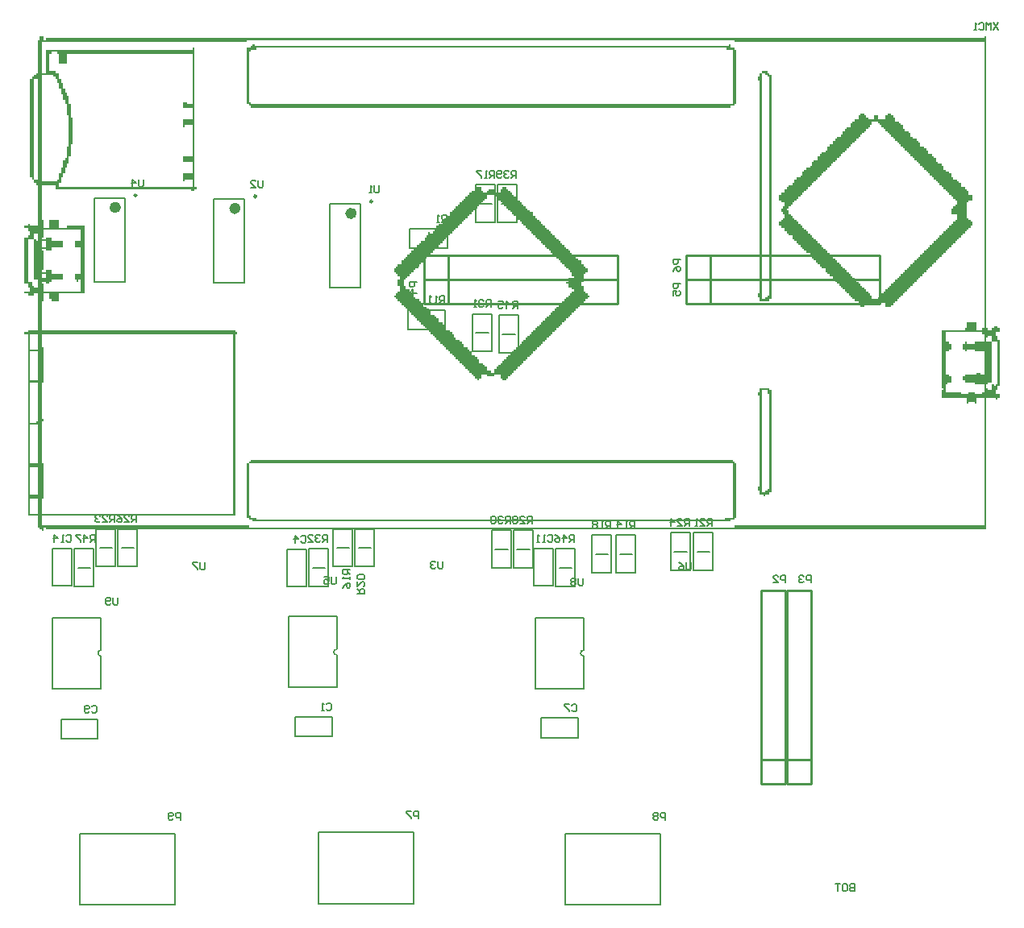
<source format=gbo>
G04 Layer_Color=32896*
%FSLAX25Y25*%
%MOIN*%
G70*
G01*
G75*
%ADD31C,0.00500*%
%ADD32C,0.00787*%
%ADD33C,0.00600*%
%ADD51C,0.02362*%
%ADD52C,0.00984*%
%ADD53C,0.01000*%
G36*
X413900Y229891D02*
X414700D01*
Y229091D01*
X416300D01*
Y229891D01*
X417100D01*
Y230691D01*
X418700D01*
Y229891D01*
X419500D01*
Y228291D01*
X417900D01*
Y226691D01*
X418700D01*
Y225091D01*
X419500D01*
Y205891D01*
X418700D01*
Y204291D01*
X417900D01*
Y202691D01*
X419500D01*
Y201091D01*
X418700D01*
Y200291D01*
X417900D01*
Y201091D01*
X413900D01*
Y146691D01*
X25100D01*
Y147491D01*
X24300D01*
Y145891D01*
X23500D01*
Y146691D01*
X22700D01*
Y147491D01*
X21900D01*
Y152291D01*
X17900D01*
Y227491D01*
X16300D01*
Y228291D01*
X17900D01*
Y229091D01*
X21900D01*
Y244291D01*
X20300D01*
Y243491D01*
X17900D01*
Y244291D01*
X16300D01*
Y245091D01*
X18700D01*
Y246691D01*
X17900D01*
Y248291D01*
X16300D01*
Y267491D01*
X17900D01*
Y268291D01*
X18700D01*
Y269891D01*
X17900D01*
Y271491D01*
X16300D01*
Y272291D01*
X17900D01*
Y273091D01*
X18700D01*
Y272291D01*
X21900D01*
Y289091D01*
X21100D01*
Y289891D01*
X20300D01*
Y291491D01*
X19500D01*
Y292291D01*
X18700D01*
Y333091D01*
X19500D01*
Y333891D01*
X20300D01*
Y334691D01*
X21100D01*
Y335491D01*
X21900D01*
Y349091D01*
X22700D01*
Y350691D01*
X24300D01*
Y349091D01*
X25100D01*
Y349891D01*
X413100D01*
Y350691D01*
X413900D01*
Y229891D01*
D02*
G37*
%LPC*%
G36*
X412300Y228291D02*
X397100D01*
Y224291D01*
X398700D01*
Y223491D01*
X399500D01*
Y221091D01*
X398700D01*
Y220291D01*
X397100D01*
Y210691D01*
X398700D01*
Y209891D01*
X399500D01*
Y207491D01*
X397900D01*
Y206691D01*
X397100D01*
Y203491D01*
X403500D01*
Y202691D01*
X406700D01*
Y203491D01*
X409100D01*
Y202691D01*
X412300D01*
Y203491D01*
X413100D01*
Y206691D01*
X409100D01*
Y207491D01*
X405100D01*
Y208291D01*
X404300D01*
Y209891D01*
X405100D01*
Y210691D01*
X409900D01*
Y211491D01*
X411500D01*
Y210691D01*
X413100D01*
Y220291D01*
X409100D01*
Y221091D01*
X405900D01*
Y220291D01*
X405100D01*
Y221091D01*
X404300D01*
Y223491D01*
X405100D01*
Y224291D01*
X405900D01*
Y223491D01*
X409100D01*
Y224291D01*
X413100D01*
Y227491D01*
X412300D01*
Y228291D01*
D02*
G37*
G36*
X21900Y227491D02*
X18700D01*
Y221091D01*
X21900D01*
Y227491D01*
D02*
G37*
G36*
Y159491D02*
X18700D01*
Y153091D01*
X21900D01*
Y159491D01*
D02*
G37*
G36*
X25100Y252291D02*
X23500D01*
Y250691D01*
X25100D01*
Y252291D01*
D02*
G37*
G36*
X20300Y266691D02*
X17900D01*
Y249091D01*
X19500D01*
Y247491D01*
X20300D01*
Y246691D01*
X21900D01*
Y249891D01*
X20300D01*
Y266691D01*
D02*
G37*
G36*
X102700Y227491D02*
X23500D01*
Y221891D01*
X24300D01*
Y207491D01*
X23500D01*
Y192291D01*
X24300D01*
Y191491D01*
X23500D01*
Y173891D01*
X24300D01*
Y159491D01*
X23500D01*
Y153091D01*
X102700D01*
Y227491D01*
D02*
G37*
G36*
X21900Y189891D02*
X18700D01*
Y173891D01*
X21900D01*
Y189891D01*
D02*
G37*
G36*
Y172291D02*
X18700D01*
Y161091D01*
X21900D01*
Y172291D01*
D02*
G37*
G36*
Y207491D02*
X18700D01*
Y190691D01*
X21100D01*
Y191491D01*
X21900D01*
Y207491D01*
D02*
G37*
G36*
Y220291D02*
X18700D01*
Y208291D01*
X21900D01*
Y220291D01*
D02*
G37*
G36*
X416300Y226691D02*
X414700D01*
Y225891D01*
X413900D01*
Y224291D01*
X416300D01*
Y207491D01*
X414700D01*
Y206691D01*
X413900D01*
Y205091D01*
X414700D01*
Y204291D01*
X416300D01*
Y206691D01*
X417100D01*
Y205891D01*
X417900D01*
Y206691D01*
X418700D01*
Y224291D01*
X416300D01*
Y226691D01*
D02*
G37*
G36*
X28300Y334691D02*
X23500D01*
Y290691D01*
X29900D01*
Y291491D01*
X30700D01*
Y293891D01*
X31500D01*
Y296291D01*
X32300D01*
Y299491D01*
X33100D01*
Y300291D01*
X33900D01*
Y305091D01*
X34700D01*
Y317891D01*
X33900D01*
Y322691D01*
X33100D01*
Y324291D01*
X32300D01*
Y326691D01*
X31500D01*
Y329091D01*
X30700D01*
Y331491D01*
X29900D01*
Y333091D01*
X29100D01*
Y333891D01*
X28300D01*
Y334691D01*
D02*
G37*
G36*
X309900Y349091D02*
X108300D01*
Y348291D01*
X23500D01*
Y335491D01*
X25100D01*
Y345091D01*
X85900D01*
Y345891D01*
X86700D01*
Y288291D01*
X87500D01*
Y287491D01*
X86700D01*
Y286691D01*
X85100D01*
Y287491D01*
X29100D01*
Y289091D01*
X23500D01*
Y274691D01*
X24300D01*
Y271491D01*
X26700D01*
Y274691D01*
X30700D01*
Y271491D01*
X33900D01*
Y272291D01*
X41100D01*
Y244291D01*
X30700D01*
Y241091D01*
X27500D01*
Y241891D01*
X26700D01*
Y244291D01*
X24300D01*
Y241091D01*
X23500D01*
Y229091D01*
X103500D01*
Y228291D01*
X104300D01*
Y227491D01*
X103500D01*
Y152291D01*
X23500D01*
Y148291D01*
X109100D01*
Y147491D01*
X309900D01*
Y148291D01*
X413100D01*
Y201091D01*
X409900D01*
Y198691D01*
X409100D01*
Y199491D01*
X406700D01*
Y198691D01*
X405900D01*
Y201091D01*
X395500D01*
Y204291D01*
X396300D01*
Y205091D01*
X395500D01*
Y229091D01*
X405100D01*
Y229891D01*
X405900D01*
Y232291D01*
X409900D01*
Y229091D01*
X412300D01*
Y229891D01*
X413100D01*
Y348291D01*
X309900D01*
Y349091D01*
D02*
G37*
G36*
X29900Y344291D02*
X27500D01*
Y343491D01*
X26700D01*
Y336291D01*
X29100D01*
Y335491D01*
X30700D01*
Y333091D01*
X31500D01*
Y331491D01*
X32300D01*
Y329091D01*
X33100D01*
Y327491D01*
X33900D01*
Y325891D01*
X34700D01*
Y322691D01*
X35500D01*
Y317091D01*
X36300D01*
Y305891D01*
X35500D01*
Y301091D01*
X34700D01*
Y297891D01*
X33900D01*
Y296291D01*
X33100D01*
Y293891D01*
X32300D01*
Y292291D01*
X31500D01*
Y289891D01*
X30700D01*
Y288291D01*
X85900D01*
Y291491D01*
X82700D01*
Y290691D01*
X81900D01*
Y293891D01*
X85900D01*
Y298691D01*
X81900D01*
Y301091D01*
X85900D01*
Y313891D01*
X82700D01*
Y313091D01*
X81900D01*
Y316291D01*
X85900D01*
Y321091D01*
X81900D01*
Y323491D01*
X83500D01*
Y322691D01*
X85900D01*
Y343491D01*
X33900D01*
Y339491D01*
X30700D01*
Y343491D01*
X29900D01*
Y344291D01*
D02*
G37*
G36*
X21900Y333091D02*
X20300D01*
Y291491D01*
X21900D01*
Y333091D01*
D02*
G37*
G36*
X25100Y265891D02*
X23500D01*
Y263491D01*
X25100D01*
Y265891D01*
D02*
G37*
G36*
X39500Y270691D02*
X24300D01*
Y267491D01*
X23500D01*
Y266691D01*
X25100D01*
Y267491D01*
X27500D01*
Y265891D01*
X32300D01*
Y263491D01*
X27500D01*
Y261891D01*
X25100D01*
Y262691D01*
X23500D01*
Y261891D01*
X24300D01*
Y253891D01*
X23500D01*
Y253091D01*
X25100D01*
Y253891D01*
X27500D01*
Y252291D01*
X32300D01*
Y249891D01*
X27500D01*
Y249091D01*
X26700D01*
Y248291D01*
X25100D01*
Y249091D01*
X23500D01*
Y248291D01*
X24300D01*
Y245091D01*
X39500D01*
Y249891D01*
X38700D01*
Y249091D01*
X37900D01*
Y249891D01*
X37100D01*
Y252291D01*
X39500D01*
Y263491D01*
X37100D01*
Y265891D01*
X39500D01*
Y270691D01*
D02*
G37*
G36*
X21900Y269091D02*
X20300D01*
Y266691D01*
X21100D01*
Y265891D01*
X21900D01*
Y269091D01*
D02*
G37*
%LPD*%
G36*
X308300Y345891D02*
X309900D01*
Y345091D01*
X310700D01*
Y322691D01*
X309900D01*
Y321891D01*
X308300D01*
Y321091D01*
X109900D01*
Y321891D01*
X109100D01*
Y322691D01*
X108300D01*
Y345891D01*
X109900D01*
Y346691D01*
X110700D01*
Y347491D01*
X111500D01*
Y346691D01*
X307500D01*
Y347491D01*
X308300D01*
Y345891D01*
D02*
G37*
G36*
X309100Y174691D02*
X309900D01*
Y173891D01*
X310700D01*
Y151491D01*
X309900D01*
Y150691D01*
X308300D01*
Y149891D01*
X110700D01*
Y150691D01*
X109100D01*
Y151491D01*
X108300D01*
Y173891D01*
X109100D01*
Y152291D01*
X109900D01*
Y151491D01*
X112300D01*
Y150691D01*
X305900D01*
Y151491D01*
X309100D01*
Y173891D01*
X109100D01*
Y174691D01*
X109900D01*
Y175491D01*
X309100D01*
Y174691D01*
D02*
G37*
G36*
X324300Y204291D02*
X325100D01*
Y161891D01*
X324300D01*
Y161091D01*
X322700D01*
Y160291D01*
X321900D01*
Y161091D01*
X320300D01*
Y162691D01*
X319500D01*
Y164291D01*
X320300D01*
Y201891D01*
X319500D01*
Y203491D01*
X320300D01*
Y205091D01*
X324300D01*
Y204291D01*
D02*
G37*
G36*
X215500Y287491D02*
X216300D01*
Y286691D01*
X217100D01*
Y285891D01*
X217900D01*
Y285091D01*
X218700D01*
Y284291D01*
X220300D01*
Y282691D01*
X221100D01*
Y281891D01*
X221900D01*
Y281091D01*
X222700D01*
Y280291D01*
X223500D01*
Y279491D01*
X224300D01*
Y278691D01*
X225100D01*
Y277891D01*
X226700D01*
Y276291D01*
X227500D01*
Y275491D01*
X228300D01*
Y274691D01*
X229100D01*
Y273891D01*
X229900D01*
Y273091D01*
X230700D01*
Y272291D01*
X231500D01*
Y271491D01*
X232300D01*
Y270691D01*
X233100D01*
Y269891D01*
X233900D01*
Y269091D01*
X234700D01*
Y268291D01*
X235500D01*
Y267491D01*
X236300D01*
Y266691D01*
X237100D01*
Y265891D01*
X237900D01*
Y265091D01*
X238700D01*
Y264291D01*
X239500D01*
Y263491D01*
X240300D01*
Y262691D01*
X241100D01*
Y261891D01*
X241900D01*
Y261091D01*
X242700D01*
Y260291D01*
X243500D01*
Y259491D01*
X244300D01*
Y258691D01*
X245100D01*
Y257891D01*
X246700D01*
Y256291D01*
X247500D01*
Y255491D01*
X248300D01*
Y254691D01*
X249100D01*
Y253091D01*
X248300D01*
Y252291D01*
X247500D01*
Y249091D01*
X246700D01*
Y247491D01*
X247500D01*
Y245091D01*
X248300D01*
Y244291D01*
X249100D01*
Y243491D01*
X249900D01*
Y242691D01*
X249100D01*
Y241891D01*
X248300D01*
Y241091D01*
X247500D01*
Y240291D01*
X246700D01*
Y239491D01*
X245900D01*
Y238691D01*
X245100D01*
Y237891D01*
X244300D01*
Y237091D01*
X243500D01*
Y236291D01*
X242700D01*
Y235491D01*
X241900D01*
Y234691D01*
X241100D01*
Y233891D01*
X240300D01*
Y233091D01*
X239500D01*
Y232291D01*
X238700D01*
Y231491D01*
X237900D01*
Y230691D01*
X237100D01*
Y229891D01*
X236300D01*
Y229091D01*
X235500D01*
Y228291D01*
X234700D01*
Y227491D01*
X233900D01*
Y226691D01*
X233100D01*
Y225891D01*
X232300D01*
Y225091D01*
X231500D01*
Y224291D01*
X230700D01*
Y223491D01*
X229900D01*
Y222691D01*
X229100D01*
Y221891D01*
X228300D01*
Y221091D01*
X227500D01*
Y220291D01*
X226700D01*
Y219491D01*
X225900D01*
Y218691D01*
X225100D01*
Y217891D01*
X224300D01*
Y217091D01*
X223500D01*
Y216291D01*
X222700D01*
Y215491D01*
X221900D01*
Y214691D01*
X221100D01*
Y213891D01*
X220300D01*
Y213091D01*
X219500D01*
Y212291D01*
X218700D01*
Y211491D01*
X217900D01*
Y210691D01*
X217100D01*
Y209891D01*
X216300D01*
Y209091D01*
X215500D01*
Y208291D01*
X213900D01*
Y209091D01*
X213100D01*
Y210691D01*
X210700D01*
Y209891D01*
X207500D01*
Y210691D01*
X205100D01*
Y209091D01*
X204300D01*
Y208291D01*
X203500D01*
Y209091D01*
X202700D01*
Y209891D01*
X201900D01*
Y210691D01*
X201100D01*
Y211491D01*
X200300D01*
Y212291D01*
X199500D01*
Y213091D01*
X198700D01*
Y213891D01*
X197900D01*
Y214691D01*
X197100D01*
Y215491D01*
X196300D01*
Y216291D01*
X195500D01*
Y217091D01*
X194700D01*
Y217891D01*
X193900D01*
Y218691D01*
X193100D01*
Y219491D01*
X192300D01*
Y220291D01*
X191500D01*
Y221091D01*
X190700D01*
Y221891D01*
X189900D01*
Y222691D01*
X189100D01*
Y223491D01*
X188300D01*
Y224291D01*
X187500D01*
Y225091D01*
X186700D01*
Y225891D01*
X185900D01*
Y226691D01*
X185100D01*
Y227491D01*
X184300D01*
Y228291D01*
X183500D01*
Y229091D01*
X182700D01*
Y229891D01*
X181900D01*
Y230691D01*
X181100D01*
Y231491D01*
X180300D01*
Y232291D01*
X179500D01*
Y233091D01*
X178700D01*
Y233891D01*
X177900D01*
Y234691D01*
X177100D01*
Y235491D01*
X176300D01*
Y236291D01*
X175500D01*
Y237091D01*
X174700D01*
Y237891D01*
X173900D01*
Y238691D01*
X173100D01*
Y239491D01*
X172300D01*
Y240291D01*
X171500D01*
Y241091D01*
X170700D01*
Y241891D01*
X169900D01*
Y242691D01*
X169100D01*
Y243491D01*
X169900D01*
Y244291D01*
X170700D01*
Y245091D01*
X171500D01*
Y247491D01*
X170700D01*
Y249891D01*
X171500D01*
Y251491D01*
X170700D01*
Y252291D01*
X169900D01*
Y253091D01*
X169100D01*
Y254691D01*
X169900D01*
Y255491D01*
X170700D01*
Y256291D01*
X172300D01*
Y257891D01*
X173100D01*
Y258691D01*
X173900D01*
Y259491D01*
X174700D01*
Y260291D01*
X175500D01*
Y261091D01*
X176300D01*
Y261891D01*
X177100D01*
Y262691D01*
X177900D01*
Y263491D01*
X178700D01*
Y264291D01*
X179500D01*
Y265091D01*
X180300D01*
Y265891D01*
X181900D01*
Y267491D01*
X182700D01*
Y268291D01*
X183500D01*
Y269091D01*
X185100D01*
Y269891D01*
X185900D01*
Y271491D01*
X186700D01*
Y272291D01*
X187500D01*
Y273091D01*
X189100D01*
Y274691D01*
X189900D01*
Y275491D01*
X190700D01*
Y276291D01*
X192300D01*
Y277891D01*
X193100D01*
Y278691D01*
X193900D01*
Y279491D01*
X194700D01*
Y280291D01*
X195500D01*
Y281091D01*
X196300D01*
Y281891D01*
X197100D01*
Y282691D01*
X197900D01*
Y283491D01*
X198700D01*
Y284291D01*
X199500D01*
Y285091D01*
X200300D01*
Y285891D01*
X201100D01*
Y286691D01*
X202700D01*
Y288291D01*
X205100D01*
Y286691D01*
X205900D01*
Y285891D01*
X207500D01*
Y286691D01*
X208300D01*
Y287491D01*
X210700D01*
Y285891D01*
X213100D01*
Y287491D01*
X213900D01*
Y288291D01*
X215500D01*
Y287491D01*
D02*
G37*
G36*
X323500Y335491D02*
X324300D01*
Y334691D01*
X325100D01*
Y241891D01*
X324300D01*
Y241091D01*
X320300D01*
Y242691D01*
X319500D01*
Y244291D01*
X320300D01*
Y332291D01*
X319500D01*
Y333891D01*
X320300D01*
Y335491D01*
X321100D01*
Y241891D01*
X322700D01*
Y242691D01*
X323500D01*
Y243491D01*
X324300D01*
Y333891D01*
X323500D01*
Y334691D01*
X322700D01*
Y335491D01*
X321100D01*
Y336291D01*
X323500D01*
Y335491D01*
D02*
G37*
G36*
X374700Y317891D02*
X375500D01*
Y317091D01*
X376300D01*
Y315491D01*
X377900D01*
Y314691D01*
X378700D01*
Y313891D01*
X379500D01*
Y312291D01*
X380300D01*
Y311491D01*
X381900D01*
Y310691D01*
X382700D01*
Y309091D01*
X383500D01*
Y308291D01*
X385100D01*
Y307491D01*
X385900D01*
Y306691D01*
X386700D01*
Y305091D01*
X388300D01*
Y304291D01*
X389100D01*
Y303491D01*
X389900D01*
Y301891D01*
X391500D01*
Y301091D01*
X392300D01*
Y300291D01*
X393100D01*
Y298691D01*
X393900D01*
Y297891D01*
X395500D01*
Y297091D01*
X396300D01*
Y295491D01*
X397100D01*
Y294691D01*
X398700D01*
Y293891D01*
X399500D01*
Y292291D01*
X400300D01*
Y291491D01*
X401900D01*
Y290691D01*
X402700D01*
Y289891D01*
X403500D01*
Y288291D01*
X405100D01*
Y287491D01*
X405900D01*
Y286691D01*
X406700D01*
Y285091D01*
X408300D01*
Y282691D01*
X406700D01*
Y281891D01*
X405900D01*
Y275491D01*
X406700D01*
Y274691D01*
X407500D01*
Y273891D01*
X408300D01*
Y272291D01*
X407500D01*
Y271491D01*
X406700D01*
Y270691D01*
X405900D01*
Y269891D01*
X405100D01*
Y269091D01*
X404300D01*
Y268291D01*
X403500D01*
Y267491D01*
X402700D01*
Y266691D01*
X401900D01*
Y265891D01*
X401100D01*
Y265091D01*
X400300D01*
Y264291D01*
X399500D01*
Y263491D01*
X398700D01*
Y262691D01*
X397900D01*
Y261891D01*
X397100D01*
Y261091D01*
X396300D01*
Y260291D01*
X395500D01*
Y259491D01*
X394700D01*
Y258691D01*
X393900D01*
Y257891D01*
X393100D01*
Y257091D01*
X392300D01*
Y256291D01*
X391500D01*
Y255491D01*
X390700D01*
Y254691D01*
X389900D01*
Y253891D01*
X389100D01*
Y253091D01*
X388300D01*
Y252291D01*
X387500D01*
Y251491D01*
X386700D01*
Y250691D01*
X385900D01*
Y249891D01*
X385100D01*
Y249091D01*
X384300D01*
Y248291D01*
X383500D01*
Y247491D01*
X382700D01*
Y246691D01*
X381900D01*
Y245891D01*
X381100D01*
Y245091D01*
X380300D01*
Y244291D01*
X379500D01*
Y243491D01*
X378700D01*
Y242691D01*
X377900D01*
Y241891D01*
X377100D01*
Y241091D01*
X376300D01*
Y240291D01*
X375500D01*
Y239491D01*
X374700D01*
Y238691D01*
X372300D01*
Y240291D01*
X364300D01*
Y239491D01*
X363500D01*
Y238691D01*
X361900D01*
Y239491D01*
X361100D01*
Y241091D01*
X359500D01*
Y241891D01*
X358700D01*
Y242691D01*
X357900D01*
Y243491D01*
X357100D01*
Y244291D01*
X356300D01*
Y245091D01*
X355500D01*
Y245891D01*
X354700D01*
Y246691D01*
X353900D01*
Y247491D01*
X353100D01*
Y248291D01*
X352300D01*
Y249091D01*
X351500D01*
Y249891D01*
X350700D01*
Y251491D01*
X349100D01*
Y252291D01*
X348300D01*
Y253091D01*
X347500D01*
Y254691D01*
X345900D01*
Y255491D01*
X345100D01*
Y256291D01*
X344300D01*
Y257091D01*
X343500D01*
Y257891D01*
X342700D01*
Y258691D01*
X341900D01*
Y259491D01*
X341100D01*
Y261091D01*
X339500D01*
Y261891D01*
X338700D01*
Y262691D01*
X337900D01*
Y263491D01*
X337100D01*
Y264291D01*
X336300D01*
Y265091D01*
X335500D01*
Y265891D01*
X334700D01*
Y266691D01*
X333900D01*
Y268291D01*
X332300D01*
Y269091D01*
X331500D01*
Y269891D01*
X330700D01*
Y271491D01*
X329100D01*
Y272291D01*
X328300D01*
Y273891D01*
X329100D01*
Y274691D01*
X329900D01*
Y275491D01*
X330700D01*
Y277091D01*
X329900D01*
Y277891D01*
X329100D01*
Y279491D01*
X329900D01*
Y280291D01*
X330700D01*
Y281891D01*
X329100D01*
Y282691D01*
X328300D01*
Y285091D01*
X329100D01*
Y285891D01*
X330700D01*
Y287491D01*
X331500D01*
Y288291D01*
X332300D01*
Y289091D01*
X333900D01*
Y289891D01*
X334700D01*
Y291491D01*
X335500D01*
Y292291D01*
X337100D01*
Y293091D01*
X337900D01*
Y294691D01*
X338700D01*
Y295491D01*
X339500D01*
Y296291D01*
X341100D01*
Y297091D01*
X341900D01*
Y298691D01*
X342700D01*
Y299491D01*
X344300D01*
Y301091D01*
X345100D01*
Y301891D01*
X345900D01*
Y302691D01*
X347500D01*
Y303491D01*
X348300D01*
Y305091D01*
X349100D01*
Y305891D01*
X350700D01*
Y307491D01*
X351500D01*
Y308291D01*
X352300D01*
Y309091D01*
X353900D01*
Y309891D01*
X354700D01*
Y311491D01*
X355500D01*
Y312291D01*
X356300D01*
Y313091D01*
X357900D01*
Y314691D01*
X358700D01*
Y315491D01*
X359500D01*
Y316291D01*
X361100D01*
Y317891D01*
X361900D01*
Y318691D01*
X363500D01*
Y317891D01*
X364300D01*
Y317091D01*
X365100D01*
Y316291D01*
X367500D01*
Y317891D01*
X369100D01*
Y316291D01*
X372300D01*
Y317891D01*
X373100D01*
Y318691D01*
X374700D01*
Y317891D01*
D02*
G37*
%LPC*%
G36*
X306700Y345891D02*
X112300D01*
Y345091D01*
X109900D01*
Y344291D01*
X109100D01*
Y323491D01*
X109900D01*
Y322691D01*
X309100D01*
Y345091D01*
X306700D01*
Y345891D01*
D02*
G37*
G36*
X323500Y204291D02*
X321100D01*
Y161891D01*
X322700D01*
Y162691D01*
X323500D01*
Y163491D01*
X324300D01*
Y202691D01*
X323500D01*
Y204291D01*
D02*
G37*
G36*
X210700Y285091D02*
X207500D01*
Y283491D01*
X206700D01*
Y282691D01*
X205900D01*
Y281891D01*
X205100D01*
Y281091D01*
X204300D01*
Y280291D01*
X203500D01*
Y279491D01*
X202700D01*
Y278691D01*
X201900D01*
Y277891D01*
X201100D01*
Y277091D01*
X200300D01*
Y276291D01*
X199500D01*
Y275491D01*
X198700D01*
Y274691D01*
X197900D01*
Y273891D01*
X197100D01*
Y273091D01*
X196300D01*
Y272291D01*
X195500D01*
Y271491D01*
X194700D01*
Y270691D01*
X193900D01*
Y269891D01*
X193100D01*
Y269091D01*
X192300D01*
Y268291D01*
X191500D01*
Y267491D01*
X190700D01*
Y266691D01*
X189900D01*
Y265891D01*
X189100D01*
Y265091D01*
X188300D01*
Y264291D01*
X187500D01*
Y263491D01*
X186700D01*
Y262691D01*
X185900D01*
Y261891D01*
X185100D01*
Y261091D01*
X184300D01*
Y260291D01*
X183500D01*
Y259491D01*
X182700D01*
Y258691D01*
X181900D01*
Y257891D01*
X181100D01*
Y257091D01*
X180300D01*
Y256291D01*
X179500D01*
Y255491D01*
X178700D01*
Y254691D01*
X177900D01*
Y253891D01*
X177100D01*
Y253091D01*
X176300D01*
Y252291D01*
X175500D01*
Y251491D01*
X174700D01*
Y250691D01*
X173900D01*
Y249891D01*
X173100D01*
Y247491D01*
X173900D01*
Y245891D01*
X175500D01*
Y245091D01*
X176300D01*
Y244291D01*
X177100D01*
Y242691D01*
X177900D01*
Y241891D01*
X179500D01*
Y241091D01*
X180300D01*
Y240291D01*
X181100D01*
Y238691D01*
X182700D01*
Y237891D01*
X183500D01*
Y237091D01*
X184300D01*
Y235491D01*
X185900D01*
Y234691D01*
X186700D01*
Y233891D01*
X187500D01*
Y232291D01*
X189100D01*
Y231491D01*
X189900D01*
Y230691D01*
X190700D01*
Y229091D01*
X192300D01*
Y228291D01*
X193100D01*
Y227491D01*
X193900D01*
Y225891D01*
X194700D01*
Y225091D01*
X196300D01*
Y224291D01*
X197100D01*
Y223491D01*
X197900D01*
Y221891D01*
X199500D01*
Y221091D01*
X200300D01*
Y220291D01*
X201100D01*
Y218691D01*
X202700D01*
Y217891D01*
X203500D01*
Y217091D01*
X204300D01*
Y215491D01*
X205900D01*
Y214691D01*
X206700D01*
Y213891D01*
X207500D01*
Y212291D01*
X209100D01*
Y211491D01*
X210700D01*
Y213091D01*
X211500D01*
Y213891D01*
X212300D01*
Y214691D01*
X213100D01*
Y215491D01*
X213900D01*
Y216291D01*
X214700D01*
Y217091D01*
X215500D01*
Y217891D01*
X216300D01*
Y218691D01*
X217100D01*
Y219491D01*
X217900D01*
Y220291D01*
X218700D01*
Y221091D01*
X219500D01*
Y221891D01*
X220300D01*
Y222691D01*
X221100D01*
Y223491D01*
X221900D01*
Y224291D01*
X222700D01*
Y225091D01*
X223500D01*
Y225891D01*
X224300D01*
Y226691D01*
X225100D01*
Y227491D01*
X225900D01*
Y228291D01*
X226700D01*
Y229091D01*
X227500D01*
Y229891D01*
X228300D01*
Y230691D01*
X229100D01*
Y231491D01*
X229900D01*
Y232291D01*
X230700D01*
Y233091D01*
X231500D01*
Y233891D01*
X232300D01*
Y234691D01*
X233100D01*
Y235491D01*
X233900D01*
Y236291D01*
X234700D01*
Y237091D01*
X235500D01*
Y237891D01*
X236300D01*
Y238691D01*
X237100D01*
Y239491D01*
X237900D01*
Y240291D01*
X238700D01*
Y241091D01*
X239500D01*
Y241891D01*
X240300D01*
Y242691D01*
X241100D01*
Y243491D01*
X241900D01*
Y244291D01*
X242700D01*
Y245091D01*
X243500D01*
Y245891D01*
X242700D01*
Y246691D01*
X241100D01*
Y248291D01*
X240300D01*
Y249091D01*
X241100D01*
Y250691D01*
X243500D01*
Y251491D01*
X242700D01*
Y253091D01*
X241900D01*
Y253891D01*
X241100D01*
Y254691D01*
X240300D01*
Y255491D01*
X239500D01*
Y256291D01*
X238700D01*
Y257091D01*
X237900D01*
Y257891D01*
X237100D01*
Y258691D01*
X236300D01*
Y259491D01*
X235500D01*
Y260291D01*
X234700D01*
Y261091D01*
X233900D01*
Y261891D01*
X233100D01*
Y262691D01*
X232300D01*
Y263491D01*
X231500D01*
Y264291D01*
X230700D01*
Y265091D01*
X229900D01*
Y265891D01*
X229100D01*
Y266691D01*
X228300D01*
Y267491D01*
X227500D01*
Y268291D01*
X226700D01*
Y269091D01*
X225900D01*
Y269891D01*
X225100D01*
Y270691D01*
X224300D01*
Y271491D01*
X223500D01*
Y272291D01*
X222700D01*
Y273091D01*
X221900D01*
Y273891D01*
X221100D01*
Y274691D01*
X220300D01*
Y275491D01*
X219500D01*
Y276291D01*
X218700D01*
Y277091D01*
X217900D01*
Y277891D01*
X217100D01*
Y278691D01*
X216300D01*
Y279491D01*
X215500D01*
Y280291D01*
X214700D01*
Y281091D01*
X213900D01*
Y281891D01*
X213100D01*
Y282691D01*
X212300D01*
Y283491D01*
X211500D01*
Y284291D01*
X210700D01*
Y285091D01*
D02*
G37*
G36*
X369100Y315491D02*
X366700D01*
Y313891D01*
X365900D01*
Y313091D01*
X365100D01*
Y312291D01*
X364300D01*
Y311491D01*
X363500D01*
Y310691D01*
X362700D01*
Y309891D01*
X361900D01*
Y309091D01*
X361100D01*
Y308291D01*
X360300D01*
Y307491D01*
X359500D01*
Y306691D01*
X358700D01*
Y305891D01*
X357900D01*
Y305091D01*
X357100D01*
Y304291D01*
X356300D01*
Y303491D01*
X355500D01*
Y302691D01*
X354700D01*
Y301891D01*
X353900D01*
Y301091D01*
X353100D01*
Y300291D01*
X352300D01*
Y299491D01*
X351500D01*
Y298691D01*
X350700D01*
Y297891D01*
X349900D01*
Y297091D01*
X349100D01*
Y296291D01*
X348300D01*
Y295491D01*
X347500D01*
Y294691D01*
X346700D01*
Y293891D01*
X345900D01*
Y293091D01*
X345100D01*
Y292291D01*
X344300D01*
Y291491D01*
X343500D01*
Y290691D01*
X342700D01*
Y289891D01*
X341900D01*
Y289091D01*
X341100D01*
Y288291D01*
X340300D01*
Y287491D01*
X339500D01*
Y286691D01*
X338700D01*
Y285891D01*
X337900D01*
Y285091D01*
X337100D01*
Y284291D01*
X336300D01*
Y283491D01*
X335500D01*
Y282691D01*
X334700D01*
Y281891D01*
X333900D01*
Y281091D01*
X333100D01*
Y280291D01*
X332300D01*
Y279491D01*
X331500D01*
Y278691D01*
X332300D01*
Y277091D01*
X333100D01*
Y276291D01*
X333900D01*
Y275491D01*
X334700D01*
Y274691D01*
X335500D01*
Y273891D01*
X336300D01*
Y273091D01*
X337100D01*
Y272291D01*
X337900D01*
Y271491D01*
X338700D01*
Y270691D01*
X339500D01*
Y269891D01*
X340300D01*
Y269091D01*
X341100D01*
Y268291D01*
X341900D01*
Y267491D01*
X342700D01*
Y266691D01*
X343500D01*
Y265891D01*
X344300D01*
Y265091D01*
X345100D01*
Y264291D01*
X345900D01*
Y263491D01*
X346700D01*
Y262691D01*
X347500D01*
Y261891D01*
X348300D01*
Y261091D01*
X349100D01*
Y260291D01*
X349900D01*
Y259491D01*
X350700D01*
Y258691D01*
X351500D01*
Y257891D01*
X352300D01*
Y257091D01*
X353100D01*
Y256291D01*
X353900D01*
Y255491D01*
X354700D01*
Y254691D01*
X355500D01*
Y253891D01*
X356300D01*
Y253091D01*
X357100D01*
Y252291D01*
X357900D01*
Y251491D01*
X358700D01*
Y250691D01*
X359500D01*
Y249891D01*
X360300D01*
Y249091D01*
X361100D01*
Y248291D01*
X361900D01*
Y247491D01*
X362700D01*
Y246691D01*
X363500D01*
Y245891D01*
X364300D01*
Y245091D01*
X365100D01*
Y244291D01*
X365900D01*
Y243491D01*
X366700D01*
Y241891D01*
X369100D01*
Y242691D01*
X369900D01*
Y243491D01*
X370700D01*
Y244291D01*
X371500D01*
Y245091D01*
X372300D01*
Y245891D01*
X373100D01*
Y246691D01*
X373900D01*
Y247491D01*
X374700D01*
Y248291D01*
X375500D01*
Y249091D01*
X376300D01*
Y249891D01*
X377100D01*
Y250691D01*
X377900D01*
Y251491D01*
X378700D01*
Y252291D01*
X379500D01*
Y253091D01*
X380300D01*
Y253891D01*
X381100D01*
Y254691D01*
X381900D01*
Y255491D01*
X382700D01*
Y256291D01*
X383500D01*
Y257091D01*
X384300D01*
Y257891D01*
X385100D01*
Y258691D01*
X385900D01*
Y259491D01*
X386700D01*
Y260291D01*
X387500D01*
Y261091D01*
X388300D01*
Y261891D01*
X389100D01*
Y262691D01*
X389900D01*
Y263491D01*
X390700D01*
Y264291D01*
X391500D01*
Y265091D01*
X392300D01*
Y265891D01*
X393100D01*
Y266691D01*
X393900D01*
Y267491D01*
X394700D01*
Y268291D01*
X395500D01*
Y269091D01*
X396300D01*
Y269891D01*
X397100D01*
Y270691D01*
X397900D01*
Y271491D01*
X398700D01*
Y272291D01*
X399500D01*
Y273091D01*
X400300D01*
Y273891D01*
X401100D01*
Y274691D01*
X401900D01*
Y277091D01*
X399500D01*
Y279491D01*
X400300D01*
Y280291D01*
X401100D01*
Y281091D01*
X401900D01*
Y282691D01*
X401100D01*
Y283491D01*
X400300D01*
Y284291D01*
X399500D01*
Y285091D01*
X398700D01*
Y285891D01*
X397900D01*
Y286691D01*
X397100D01*
Y287491D01*
X396300D01*
Y288291D01*
X395500D01*
Y289091D01*
X394700D01*
Y289891D01*
X393900D01*
Y290691D01*
X393100D01*
Y291491D01*
X392300D01*
Y292291D01*
X391500D01*
Y293091D01*
X390700D01*
Y293891D01*
X389900D01*
Y294691D01*
X389100D01*
Y295491D01*
X388300D01*
Y296291D01*
X387500D01*
Y297091D01*
X386700D01*
Y297891D01*
X385900D01*
Y298691D01*
X385100D01*
Y299491D01*
X384300D01*
Y300291D01*
X383500D01*
Y301091D01*
X382700D01*
Y301891D01*
X381900D01*
Y302691D01*
X381100D01*
Y303491D01*
X380300D01*
Y304291D01*
X379500D01*
Y305091D01*
X378700D01*
Y305891D01*
X377900D01*
Y306691D01*
X377100D01*
Y307491D01*
X376300D01*
Y308291D01*
X375500D01*
Y309091D01*
X374700D01*
Y309891D01*
X373900D01*
Y310691D01*
X373100D01*
Y311491D01*
X372300D01*
Y312291D01*
X371500D01*
Y313091D01*
X370700D01*
Y313891D01*
X369900D01*
Y314691D01*
X369100D01*
Y315491D01*
D02*
G37*
%LPD*%
D31*
X291496Y129764D02*
Y145236D01*
X283504D02*
X291496D01*
X283504Y129764D02*
Y145236D01*
Y129764D02*
X291496D01*
X293004D02*
Y145236D01*
Y129764D02*
X300996D01*
Y145236D01*
X293004D02*
X300996D01*
X258996Y128764D02*
Y144236D01*
X251004D02*
X258996D01*
X251004Y128764D02*
Y144236D01*
Y128764D02*
X258996D01*
X261004D02*
Y144236D01*
Y128764D02*
X268996D01*
Y144236D01*
X261004D02*
X268996D01*
X243996Y123123D02*
Y138595D01*
X236004D02*
X243996D01*
X236004Y123123D02*
Y138595D01*
Y123123D02*
X243996D01*
X226950Y138595D02*
X235050D01*
Y123405D02*
Y138595D01*
X226950Y123405D02*
Y138595D01*
Y123405D02*
X235050D01*
X245095Y60450D02*
Y68550D01*
X229905Y60450D02*
X245095D01*
X229905Y68550D02*
X245095D01*
X229905Y60450D02*
Y68550D01*
X46595Y59950D02*
Y68050D01*
X31405Y59950D02*
X46595D01*
X31405Y68050D02*
X46595D01*
X31405Y59950D02*
Y68050D01*
X27950Y138595D02*
X36050D01*
Y123405D02*
Y138595D01*
X27950Y123405D02*
Y138595D01*
Y123405D02*
X36050D01*
X44996Y123123D02*
Y138595D01*
X37004D02*
X44996D01*
X37004Y123123D02*
Y138595D01*
Y123123D02*
X44996D01*
X124950Y138313D02*
X133050D01*
Y123123D02*
Y138313D01*
X124950Y123123D02*
Y138313D01*
Y123123D02*
X133050D01*
X143532Y60950D02*
Y69050D01*
X128342Y60950D02*
X143532D01*
X128342Y69050D02*
X143532D01*
X128342Y60950D02*
Y69050D01*
X141996Y123123D02*
Y138595D01*
X134004D02*
X141996D01*
X134004Y123123D02*
Y138595D01*
Y123123D02*
X141996D01*
X144004Y131264D02*
Y146736D01*
Y131264D02*
X151996D01*
Y146736D01*
X144004D02*
X151996D01*
X160996Y131264D02*
Y146736D01*
X153004D02*
X160996D01*
X153004Y131264D02*
Y146736D01*
Y131264D02*
X160996D01*
X46004D02*
Y146736D01*
Y131264D02*
X53996D01*
Y146736D01*
X46004D02*
X53996D01*
X62996Y131264D02*
Y146736D01*
X55004D02*
X62996D01*
X55004Y131264D02*
Y146736D01*
Y131264D02*
X62996D01*
X218504Y130764D02*
Y146236D01*
Y130764D02*
X226496D01*
Y146236D01*
X218504D02*
X226496D01*
X217496Y130764D02*
Y146236D01*
X209504D02*
X217496D01*
X209504Y130764D02*
Y146236D01*
Y130764D02*
X217496D01*
X175657Y263004D02*
Y270996D01*
X191130D01*
Y263004D02*
Y270996D01*
X175657Y263004D02*
X191130D01*
X174764Y229504D02*
Y237496D01*
X190236D01*
Y229504D02*
Y237496D01*
X174764Y229504D02*
X190236D01*
X203004Y289236D02*
X210996D01*
Y273764D02*
Y289236D01*
X203004Y273764D02*
X210996D01*
X203004D02*
Y289236D01*
X201504Y220264D02*
X209496D01*
X201504D02*
Y235736D01*
X209496D01*
Y220264D02*
Y235736D01*
X212004Y289236D02*
X219996D01*
Y273764D02*
Y289236D01*
X212004Y273764D02*
X219996D01*
X212004D02*
Y289236D01*
X212504Y219764D02*
X220496D01*
X212504D02*
Y235236D01*
X220496D01*
Y219764D02*
Y235236D01*
D32*
X247500Y96707D02*
G03*
X247500Y94207I0J-1250D01*
G01*
X48000Y96707D02*
G03*
X48000Y94207I0J-1250D01*
G01*
X145437Y97207D02*
G03*
X145437Y94707I0J-1250D01*
G01*
X284941Y137500D02*
X290059D01*
X294441Y137500D02*
X299559D01*
X252441Y136500D02*
X257559D01*
X262441Y136500D02*
X267559D01*
X39315Y20764D02*
X78685D01*
X39315Y-8764D02*
X78685D01*
Y20764D01*
X39315Y-8764D02*
Y20764D01*
X137752Y21264D02*
X177122D01*
X137752Y-8264D02*
X177122D01*
Y21264D01*
X137752Y-8264D02*
Y21264D01*
X227500Y80831D02*
X247500D01*
X227500D02*
Y110083D01*
X247500D01*
Y96707D02*
Y110083D01*
Y80831D02*
Y94207D01*
X237441Y130859D02*
X242559D01*
X239815Y20764D02*
X279185D01*
X239815Y-8764D02*
X279185D01*
Y20764D01*
X239815Y-8764D02*
Y20764D01*
X142672Y246677D02*
X155271D01*
X142672Y281323D02*
X155271D01*
X142672Y246677D02*
Y281323D01*
X155271Y246677D02*
Y281323D01*
X94672Y248777D02*
X107271D01*
X94672Y283423D02*
X107271D01*
X94672Y248777D02*
Y283423D01*
X107271Y248777D02*
Y283423D01*
X45172Y249177D02*
X57771D01*
X45172Y283823D02*
X57771D01*
X45172Y249177D02*
Y283823D01*
X57771Y249177D02*
Y283823D01*
X38441Y130859D02*
X43559D01*
X28000Y80831D02*
X48000D01*
X28000D02*
Y110083D01*
X48000D01*
Y96707D02*
Y110083D01*
Y80831D02*
Y94207D01*
X135441Y130859D02*
X140559D01*
X125437Y81331D02*
X145437D01*
X125437D02*
Y110583D01*
X145437D01*
Y97207D02*
Y110583D01*
Y81331D02*
Y94707D01*
X145441Y139000D02*
X150559D01*
X154441Y139000D02*
X159559D01*
X47441Y139000D02*
X52559D01*
X56441Y139000D02*
X61559D01*
X219941Y138500D02*
X225059D01*
X210941Y138500D02*
X216059D01*
X183393Y264441D02*
Y269559D01*
X182500Y230941D02*
Y236059D01*
X204441Y281500D02*
X209559D01*
X202941Y228000D02*
X208059D01*
X213441Y281500D02*
X218559D01*
X213941Y227500D02*
X219059D01*
D33*
X291195Y148050D02*
Y151049D01*
X289696D01*
X289196Y150550D01*
Y149550D01*
X289696Y149050D01*
X291195D01*
X290196D02*
X289196Y148050D01*
X286197D02*
X288196D01*
X286197Y150050D01*
Y150550D01*
X286697Y151049D01*
X287696D01*
X288196Y150550D01*
X283698Y148050D02*
Y151049D01*
X285197Y149550D01*
X283198D01*
X300695Y148050D02*
Y151049D01*
X299196D01*
X298696Y150550D01*
Y149550D01*
X299196Y149050D01*
X300695D01*
X299696D02*
X298696Y148050D01*
X295697D02*
X297696D01*
X295697Y150050D01*
Y150550D01*
X296197Y151049D01*
X297196D01*
X297696Y150550D01*
X294697Y148050D02*
X293698D01*
X294197D01*
Y151049D01*
X294697Y150550D01*
X258695Y147050D02*
Y150049D01*
X257196D01*
X256696Y149550D01*
Y148550D01*
X257196Y148050D01*
X258695D01*
X257696D02*
X256696Y147050D01*
X255696D02*
X254697D01*
X255196D01*
Y150049D01*
X255696Y149550D01*
X253197D02*
X252697Y150049D01*
X251697D01*
X251198Y149550D01*
Y149050D01*
X251697Y148550D01*
X251198Y148050D01*
Y147550D01*
X251697Y147050D01*
X252697D01*
X253197Y147550D01*
Y148050D01*
X252697Y148550D01*
X253197Y149050D01*
Y149550D01*
X252697Y148550D02*
X251697D01*
X268695Y147050D02*
Y150049D01*
X267196D01*
X266696Y149550D01*
Y148550D01*
X267196Y148050D01*
X268695D01*
X267696D02*
X266696Y147050D01*
X265696D02*
X264697D01*
X265196D01*
Y150049D01*
X265696Y149550D01*
X261698Y147050D02*
Y150049D01*
X263197Y148550D01*
X261198D01*
X80795Y26450D02*
Y29449D01*
X79296D01*
X78796Y28950D01*
Y27950D01*
X79296Y27450D01*
X80795D01*
X77796Y26950D02*
X77296Y26450D01*
X76297D01*
X75797Y26950D01*
Y28950D01*
X76297Y29449D01*
X77296D01*
X77796Y28950D01*
Y28450D01*
X77296Y27950D01*
X75797D01*
X179195Y26950D02*
Y29949D01*
X177696D01*
X177196Y29450D01*
Y28450D01*
X177696Y27950D01*
X179195D01*
X176196Y29949D02*
X174197D01*
Y29450D01*
X176196Y27450D01*
Y26950D01*
X247295Y126449D02*
Y123950D01*
X246795Y123450D01*
X245796D01*
X245296Y123950D01*
Y126449D01*
X244296Y125950D02*
X243796Y126449D01*
X242797D01*
X242297Y125950D01*
Y125450D01*
X242797Y124950D01*
X242297Y124450D01*
Y123950D01*
X242797Y123450D01*
X243796D01*
X244296Y123950D01*
Y124450D01*
X243796Y124950D01*
X244296Y125450D01*
Y125950D01*
X243796Y124950D02*
X242797D01*
X291895Y132949D02*
Y130450D01*
X291395Y129950D01*
X290396D01*
X289896Y130450D01*
Y132949D01*
X286897D02*
X287897Y132450D01*
X288896Y131450D01*
Y130450D01*
X288396Y129950D01*
X287397D01*
X286897Y130450D01*
Y130950D01*
X287397Y131450D01*
X288896D01*
X243695Y141450D02*
Y144449D01*
X242196D01*
X241696Y143950D01*
Y142950D01*
X242196Y142450D01*
X243695D01*
X242696D02*
X241696Y141450D01*
X239197D02*
Y144449D01*
X240696Y142950D01*
X238697D01*
X235698Y144449D02*
X236698Y143950D01*
X237697Y142950D01*
Y141950D01*
X237197Y141450D01*
X236198D01*
X235698Y141950D01*
Y142450D01*
X236198Y142950D01*
X237697D01*
X281295Y26450D02*
Y29449D01*
X279796D01*
X279296Y28950D01*
Y27950D01*
X279796Y27450D01*
X281295D01*
X278296Y28950D02*
X277796Y29449D01*
X276797D01*
X276297Y28950D01*
Y28450D01*
X276797Y27950D01*
X276297Y27450D01*
Y26950D01*
X276797Y26450D01*
X277796D01*
X278296Y26950D01*
Y27450D01*
X277796Y27950D01*
X278296Y28450D01*
Y28950D01*
X277796Y27950D02*
X276797D01*
X232696Y143950D02*
X233196Y144449D01*
X234195D01*
X234695Y143950D01*
Y141950D01*
X234195Y141450D01*
X233196D01*
X232696Y141950D01*
X231696Y141450D02*
X230697D01*
X231196D01*
Y144449D01*
X231696Y143950D01*
X229197Y141450D02*
X228197D01*
X228697D01*
Y144449D01*
X229197Y143950D01*
X242696Y73850D02*
X243196Y74349D01*
X244195D01*
X244695Y73850D01*
Y71850D01*
X244195Y71350D01*
X243196D01*
X242696Y71850D01*
X241696Y74349D02*
X239697D01*
Y73850D01*
X241696Y71850D01*
Y71350D01*
X162995Y288949D02*
Y286450D01*
X162495Y285950D01*
X161496D01*
X160996Y286450D01*
Y288949D01*
X159996Y285950D02*
X158997D01*
X159496D01*
Y288949D01*
X159996Y288450D01*
X114995Y291049D02*
Y288550D01*
X114495Y288050D01*
X113496D01*
X112996Y288550D01*
Y291049D01*
X109997Y288050D02*
X111996D01*
X109997Y290050D01*
Y290550D01*
X110497Y291049D01*
X111496D01*
X111996Y290550D01*
X65495Y291449D02*
Y288950D01*
X64995Y288450D01*
X63996D01*
X63496Y288950D01*
Y291449D01*
X60997Y288450D02*
Y291449D01*
X62496Y289950D01*
X60497D01*
X44196Y73350D02*
X44696Y73849D01*
X45695D01*
X46195Y73350D01*
Y71350D01*
X45695Y70850D01*
X44696D01*
X44196Y71350D01*
X43196D02*
X42696Y70850D01*
X41697D01*
X41197Y71350D01*
Y73350D01*
X41697Y73849D01*
X42696D01*
X43196Y73350D01*
Y72850D01*
X42696Y72350D01*
X41197D01*
X33696Y143950D02*
X34196Y144449D01*
X35195D01*
X35695Y143950D01*
Y141950D01*
X35195Y141450D01*
X34196D01*
X33696Y141950D01*
X32696Y141450D02*
X31697D01*
X32196D01*
Y144449D01*
X32696Y143950D01*
X28697Y141450D02*
Y144449D01*
X30197Y142950D01*
X28198D01*
X45500Y141500D02*
Y144499D01*
X44001D01*
X43501Y143999D01*
Y142999D01*
X44001Y142500D01*
X45500D01*
X44500D02*
X43501Y141500D01*
X41001D02*
Y144499D01*
X42501Y142999D01*
X40502D01*
X39502Y144499D02*
X37503D01*
Y143999D01*
X39502Y142000D01*
Y141500D01*
X90895Y132949D02*
Y130450D01*
X90395Y129950D01*
X89396D01*
X88896Y130450D01*
Y132949D01*
X87896D02*
X85897D01*
Y132450D01*
X87896Y130450D01*
Y129950D01*
X55000Y118499D02*
Y116000D01*
X54500Y115500D01*
X53500D01*
X53001Y116000D01*
Y118499D01*
X52001Y116000D02*
X51501Y115500D01*
X50501D01*
X50002Y116000D01*
Y117999D01*
X50501Y118499D01*
X51501D01*
X52001Y117999D01*
Y117499D01*
X51501Y116999D01*
X50002D01*
X130696Y143650D02*
X131196Y144149D01*
X132195D01*
X132695Y143650D01*
Y141650D01*
X132195Y141150D01*
X131196D01*
X130696Y141650D01*
X128197Y141150D02*
Y144149D01*
X129696Y142650D01*
X127697D01*
X141196Y74350D02*
X141696Y74849D01*
X142695D01*
X143195Y74350D01*
Y72350D01*
X142695Y71850D01*
X141696D01*
X141196Y72350D01*
X140196Y71850D02*
X139197D01*
X139696D01*
Y74849D01*
X140196Y74350D01*
X141695Y141450D02*
Y144449D01*
X140196D01*
X139696Y143950D01*
Y142950D01*
X140196Y142450D01*
X141695D01*
X140696D02*
X139696Y141450D01*
X138696Y143950D02*
X138196Y144449D01*
X137197D01*
X136697Y143950D01*
Y143450D01*
X137197Y142950D01*
X137697D01*
X137197D01*
X136697Y142450D01*
Y141950D01*
X137197Y141450D01*
X138196D01*
X138696Y141950D01*
X133698Y141450D02*
X135697D01*
X133698Y143450D01*
Y143950D01*
X134198Y144449D01*
X135197D01*
X135697Y143950D01*
X145195Y126949D02*
Y124450D01*
X144695Y123950D01*
X143696D01*
X143196Y124450D01*
Y126949D01*
X140197D02*
X142196D01*
Y125450D01*
X141197Y125950D01*
X140697D01*
X140197Y125450D01*
Y124450D01*
X140697Y123950D01*
X141696D01*
X142196Y124450D01*
X189295Y133449D02*
Y130950D01*
X188795Y130450D01*
X187796D01*
X187296Y130950D01*
Y133449D01*
X186296Y132950D02*
X185796Y133449D01*
X184797D01*
X184297Y132950D01*
Y132450D01*
X184797Y131950D01*
X185297D01*
X184797D01*
X184297Y131450D01*
Y130950D01*
X184797Y130450D01*
X185796D01*
X186296Y130950D01*
X151000Y130000D02*
X148001D01*
Y128500D01*
X148501Y128001D01*
X149501D01*
X150000Y128500D01*
Y130000D01*
Y129000D02*
X151000Y128001D01*
Y127001D02*
Y126001D01*
Y126501D01*
X148001D01*
X148501Y127001D01*
X148001Y122502D02*
X148501Y123502D01*
X149501Y124502D01*
X150500D01*
X151000Y124002D01*
Y123002D01*
X150500Y122502D01*
X150000D01*
X149501Y123002D01*
Y124502D01*
X154000Y120000D02*
X156999D01*
Y121500D01*
X156499Y121999D01*
X155499D01*
X155000Y121500D01*
Y120000D01*
Y121000D02*
X154000Y121999D01*
Y124998D02*
Y122999D01*
X155999Y124998D01*
X156499D01*
X156999Y124499D01*
Y123499D01*
X156499Y122999D01*
Y125998D02*
X156999Y126498D01*
Y127498D01*
X156499Y127997D01*
X154500D01*
X154000Y127498D01*
Y126498D01*
X154500Y125998D01*
X156499D01*
X53695Y149550D02*
Y152549D01*
X52196D01*
X51696Y152050D01*
Y151050D01*
X52196Y150550D01*
X53695D01*
X52696D02*
X51696Y149550D01*
X48697D02*
X50696D01*
X48697Y151550D01*
Y152050D01*
X49197Y152549D01*
X50196D01*
X50696Y152050D01*
X47697D02*
X47197Y152549D01*
X46198D01*
X45698Y152050D01*
Y151550D01*
X46198Y151050D01*
X46698D01*
X46198D01*
X45698Y150550D01*
Y150050D01*
X46198Y149550D01*
X47197D01*
X47697Y150050D01*
X62695Y149550D02*
Y152549D01*
X61196D01*
X60696Y152050D01*
Y151050D01*
X61196Y150550D01*
X62695D01*
X61696D02*
X60696Y149550D01*
X57697D02*
X59696D01*
X57697Y151550D01*
Y152050D01*
X58197Y152549D01*
X59196D01*
X59696Y152050D01*
X54698Y152549D02*
X55698Y152050D01*
X56697Y151050D01*
Y150050D01*
X56197Y149550D01*
X55198D01*
X54698Y150050D01*
Y150550D01*
X55198Y151050D01*
X56697D01*
X226195Y149050D02*
Y152049D01*
X224696D01*
X224196Y151550D01*
Y150550D01*
X224696Y150050D01*
X226195D01*
X225196D02*
X224196Y149050D01*
X221197D02*
X223196D01*
X221197Y151050D01*
Y151550D01*
X221697Y152049D01*
X222696D01*
X223196Y151550D01*
X220197D02*
X219697Y152049D01*
X218698D01*
X218198Y151550D01*
Y151050D01*
X218698Y150550D01*
X218198Y150050D01*
Y149550D01*
X218698Y149050D01*
X219697D01*
X220197Y149550D01*
Y150050D01*
X219697Y150550D01*
X220197Y151050D01*
Y151550D01*
X219697Y150550D02*
X218698D01*
X217195Y149050D02*
Y152049D01*
X215696D01*
X215196Y151550D01*
Y150550D01*
X215696Y150050D01*
X217195D01*
X216196D02*
X215196Y149050D01*
X214196Y151550D02*
X213696Y152049D01*
X212697D01*
X212197Y151550D01*
Y151050D01*
X212697Y150550D01*
X213197D01*
X212697D01*
X212197Y150050D01*
Y149550D01*
X212697Y149050D01*
X213696D01*
X214196Y149550D01*
X211197Y151550D02*
X210697Y152049D01*
X209698D01*
X209198Y151550D01*
Y149550D01*
X209698Y149050D01*
X210697D01*
X211197Y149550D01*
Y151550D01*
X418895Y356249D02*
X416896Y353250D01*
Y356249D02*
X418895Y353250D01*
X415896D02*
Y356249D01*
X414897Y355250D01*
X413897Y356249D01*
Y353250D01*
X410898Y355750D02*
X411398Y356249D01*
X412397D01*
X412897Y355750D01*
Y353750D01*
X412397Y353250D01*
X411398D01*
X410898Y353750D01*
X409898Y353250D02*
X408898D01*
X409398D01*
Y356249D01*
X409898Y355750D01*
X178500Y249000D02*
X175501D01*
Y247500D01*
X176001Y247001D01*
X177000D01*
X177500Y247500D01*
Y249000D01*
X178500Y244501D02*
X175501D01*
X177000Y246001D01*
Y244002D01*
X179000Y259000D02*
X176001D01*
Y257501D01*
X176501Y257001D01*
X177500D01*
X178000Y257501D01*
Y259000D01*
X179000Y256001D02*
Y255001D01*
Y255501D01*
X176001D01*
X176501Y256001D01*
X287500Y248500D02*
X284501D01*
Y247001D01*
X285001Y246501D01*
X286000D01*
X286500Y247001D01*
Y248500D01*
X284501Y243502D02*
Y245501D01*
X286000D01*
X285501Y244501D01*
Y244002D01*
X286000Y243502D01*
X287000D01*
X287500Y244002D01*
Y245001D01*
X287000Y245501D01*
X287500Y258500D02*
X284501D01*
Y257000D01*
X285001Y256501D01*
X286000D01*
X286500Y257000D01*
Y258500D01*
X284501Y253502D02*
X285001Y254501D01*
X286000Y255501D01*
X287000D01*
X287500Y255001D01*
Y254001D01*
X287000Y253502D01*
X286500D01*
X286000Y254001D01*
Y255501D01*
X341395Y124550D02*
Y127549D01*
X339896D01*
X339396Y127050D01*
Y126050D01*
X339896Y125550D01*
X341395D01*
X338396Y127050D02*
X337896Y127549D01*
X336897D01*
X336397Y127050D01*
Y126550D01*
X336897Y126050D01*
X337397D01*
X336897D01*
X336397Y125550D01*
Y125050D01*
X336897Y124550D01*
X337896D01*
X338396Y125050D01*
X330895Y124550D02*
Y127549D01*
X329396D01*
X328896Y127050D01*
Y126050D01*
X329396Y125550D01*
X330895D01*
X325897Y124550D02*
X327896D01*
X325897Y126550D01*
Y127050D01*
X326397Y127549D01*
X327396D01*
X327896Y127050D01*
X190789Y273850D02*
Y276849D01*
X189289D01*
X188789Y276350D01*
Y275350D01*
X189289Y274850D01*
X190789D01*
X189789D02*
X188789Y273850D01*
X187790D02*
X186790D01*
X187290D01*
Y276849D01*
X187790Y276350D01*
X189895Y240350D02*
Y243349D01*
X188396D01*
X187896Y242850D01*
Y241850D01*
X188396Y241350D01*
X189895D01*
X188896D02*
X187896Y240350D01*
X186896D02*
X185897D01*
X186396D01*
Y243349D01*
X186896Y242850D01*
X184397Y240350D02*
X183397D01*
X183897D01*
Y243349D01*
X184397Y242850D01*
X210695Y292050D02*
Y295049D01*
X209196D01*
X208696Y294550D01*
Y293550D01*
X209196Y293050D01*
X210695D01*
X209696D02*
X208696Y292050D01*
X207696D02*
X206697D01*
X207196D01*
Y295049D01*
X207696Y294550D01*
X205197Y295049D02*
X203198D01*
Y294550D01*
X205197Y292550D01*
Y292050D01*
X209195Y238550D02*
Y241549D01*
X207696D01*
X207196Y241050D01*
Y240050D01*
X207696Y239550D01*
X209195D01*
X208196D02*
X207196Y238550D01*
X206196Y241050D02*
X205696Y241549D01*
X204697D01*
X204197Y241050D01*
Y240550D01*
X204697Y240050D01*
X205197D01*
X204697D01*
X204197Y239550D01*
Y239050D01*
X204697Y238550D01*
X205696D01*
X206196Y239050D01*
X203197Y238550D02*
X202198D01*
X202697D01*
Y241549D01*
X203197Y241050D01*
X219695Y292050D02*
Y295049D01*
X218196D01*
X217696Y294550D01*
Y293550D01*
X218196Y293050D01*
X219695D01*
X218696D02*
X217696Y292050D01*
X216696Y294550D02*
X216196Y295049D01*
X215197D01*
X214697Y294550D01*
Y294050D01*
X215197Y293550D01*
X215697D01*
X215197D01*
X214697Y293050D01*
Y292550D01*
X215197Y292050D01*
X216196D01*
X216696Y292550D01*
X213697D02*
X213197Y292050D01*
X212198D01*
X211698Y292550D01*
Y294550D01*
X212198Y295049D01*
X213197D01*
X213697Y294550D01*
Y294050D01*
X213197Y293550D01*
X211698D01*
X220195Y238050D02*
Y241049D01*
X218696D01*
X218196Y240550D01*
Y239550D01*
X218696Y239050D01*
X220195D01*
X219196D02*
X218196Y238050D01*
X215697D02*
Y241049D01*
X217196Y239550D01*
X215197D01*
X212198Y241049D02*
X214197D01*
Y239550D01*
X213197Y240050D01*
X212698D01*
X212198Y239550D01*
Y238550D01*
X212698Y238050D01*
X213697D01*
X214197Y238550D01*
X359500Y-1D02*
Y-3000D01*
X358000D01*
X357501Y-2500D01*
Y-2000D01*
X358000Y-1500D01*
X359500D01*
X358000D01*
X357501Y-1001D01*
Y-501D01*
X358000Y-1D01*
X359500D01*
X355001D02*
X356001D01*
X356501Y-501D01*
Y-2500D01*
X356001Y-3000D01*
X355001D01*
X354502Y-2500D01*
Y-501D01*
X355001Y-1D01*
X353502D02*
X351503D01*
X352502D01*
Y-3000D01*
D51*
X152515Y277386D02*
G03*
X152515Y277386I-1181J0D01*
G01*
X104515Y279486D02*
G03*
X104515Y279486I-1181J0D01*
G01*
X55015Y279886D02*
G03*
X55015Y279886I-1181J0D01*
G01*
D52*
X160192Y282347D02*
G03*
X160192Y282347I-492J0D01*
G01*
X112192Y284447D02*
G03*
X112192Y284447I-492J0D01*
G01*
X62692Y284846D02*
G03*
X62692Y284846I-492J0D01*
G01*
D53*
X191500Y240000D02*
Y250000D01*
X181500D02*
X261500D01*
Y240000D02*
Y250000D01*
X181500Y240000D02*
X261500D01*
X181500D02*
Y250000D01*
X191500D02*
Y260000D01*
X181500D02*
X261500D01*
Y250000D02*
Y260000D01*
X181500Y250000D02*
X261500D01*
X181500D02*
Y260000D01*
X300000Y240000D02*
Y250000D01*
X290000D02*
X370000D01*
Y240000D02*
Y250000D01*
X290000Y240000D02*
X370000D01*
X290000D02*
Y250000D01*
X300000D02*
Y260000D01*
X290000D02*
X370000D01*
Y250000D02*
Y260000D01*
X290000Y250000D02*
X370000D01*
X290000D02*
Y260000D01*
X331500Y41500D02*
X341500D01*
Y121500D01*
X331500D02*
X341500D01*
X331500Y41500D02*
Y121500D01*
Y51500D02*
X341500D01*
X321000Y41500D02*
X331000D01*
Y121500D01*
X321000D02*
X331000D01*
X321000Y41500D02*
Y121500D01*
Y51500D02*
X331000D01*
M02*

</source>
